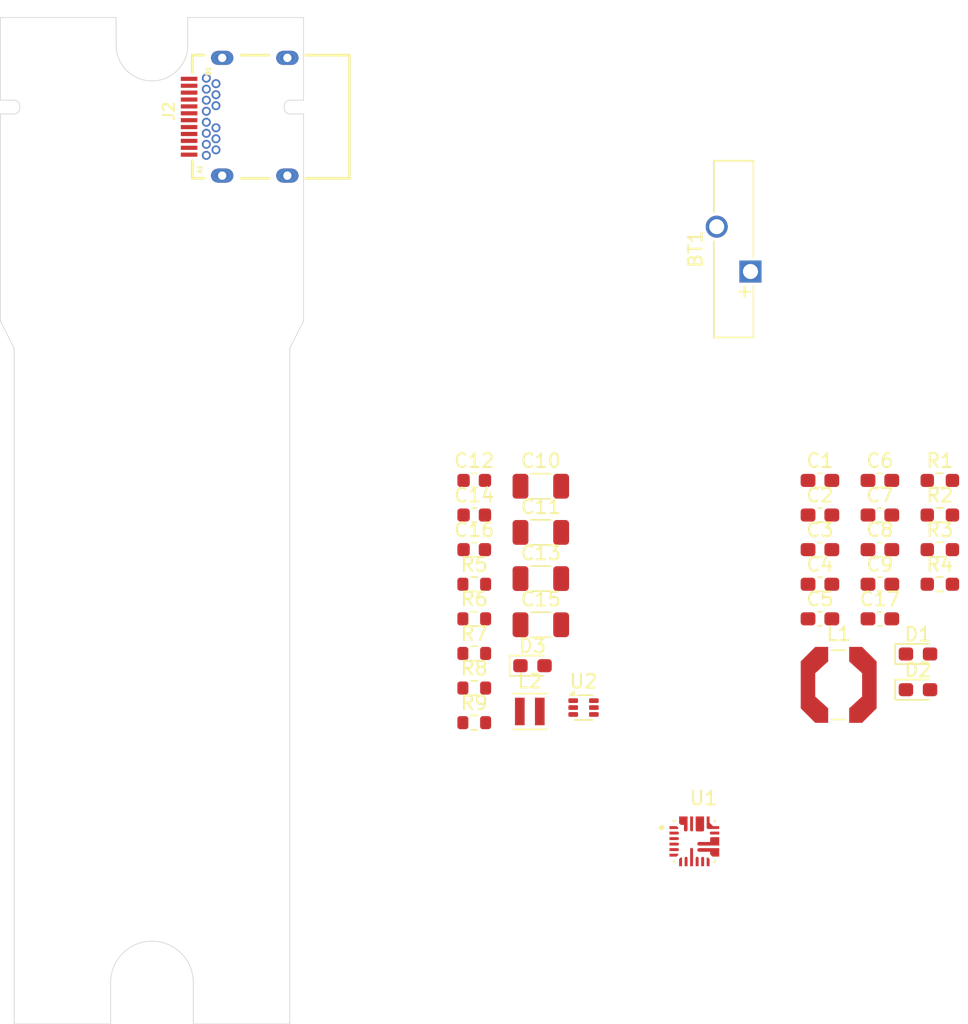
<source format=kicad_pcb>
(kicad_pcb (version 20240108) (generator "pcbnew") (generator_version "8.0")
  (layers (0 "F.Cu" signal) (31 "B.Cu" signal) (34 "B.Paste" user) (35 "F.Paste" user) (36 "B.SilkS" user "B.Silkscreen") (37 "F.SilkS" user "F.Silkscreen") (38 "B.Mask" user) (39 "F.Mask" user) (44 "Edge.Cuts" user))
  (net 0 "")
  (net 1 "Net-(U1-BST)")
  (net 2 "Net-(U1-LX)")
  (net 3 "Net-(U1-BYP)")
  (net 4 "GND")
  (net 5 "Net-(U1-PVL)")
  (net 6 "MAX_SYSTEM")
  (net 7 "Net-(BT1-+)")
  (net 8 "Net-(U1-VDD)")
  (net 9 "Net-(J2-VBUS)")
  (net 10 "Net-(U2-EN)")
  (net 11 "Net-(U2-SW)")
  (net 12 "VBST")
  (net 13 "+3V3")
  (net 14 "VFB")
  (net 15 "Net-(D1-K)")
  (net 16 "Net-(D2-K)")
  (net 17 "Net-(D3-A)")
  (net 19 "Net-(J2-DN1)")
  (net 23 "Net-(J2-CC)")
  (net 28 "Net-(J2-DP1)")
  (net 31 "Net-(J2-VCONN)")
  (net 32 "Net-(U1-ITOPOFF)")
  (net 33 "Net-(U1-IFAST)")
  (net 34 "Net-(U1-INOKB)")
  (net 35 "Net-(U1-STAT)")
  (footprint "Capacitor_SMD:C_0603_1608Metric_Pad1.08x0.95mm_HandSolder" (layer "F.Cu") (at 182.8125 99.11)
    (property "Reference" "C9")
    (property "Value" "2.2µF/10V")
  )
  (footprint "Capacitor_SMD:C_0603_1608Metric_Pad1.08x0.95mm_HandSolder" (layer "F.Cu") (at 178.4625 94.09)
    (property "Reference" "C2")
    (property "Value" "22µF/16V")
  )
  (footprint "Capacitor_SMD:C_0603_1608Metric_Pad1.08x0.95mm_HandSolder" (layer "F.Cu") (at 182.8125 91.58)
    (property "Reference" "C6")
    (property "Value" "10µF/10V")
  )
  (footprint "lib-footprint:IC_MAX77751FEFG_" (layer "F.Cu") (at 169.3525 117.76)
    (property "Reference" "U1")
    (property "Value" "MAX77751CEFG_")
  )
  (footprint "Resistor_SMD:R_0603_1608Metric_Pad0.98x0.95mm_HandSolder" (layer "F.Cu") (at 187.1625 96.6)
    (property "Reference" "R3")
    (property "Value" "470R")
  )
  (footprint "lib-footprint:CONN RCP USB3.1 TYPEC 24P SMD RA 632723100011" (layer "F.Cu") (at 138.625 65.2 90)
    (property "Reference" "J2")
    (property "Value" "USB3.1 TYPEC 24P SMD RA")
    (fp_line (start 4.57 -3.83) (end 4.57 -3.23) (stroke (width 0.01)) (layer "Edge.Cuts"))
    (fp_line (start -3.97 -3.83) (end -3.97 -3.23) (stroke (width 0.01)) (layer "Edge.Cuts"))
    (fp_line (start 3.97 -3.23) (end 3.97 -3.83) (stroke (width 0.01)) (layer "Edge.Cuts"))
    (fp_line (start -4.57 -3.23) (end -4.57 -3.83) (stroke (width 0.01)) (layer "Edge.Cuts"))
    (fp_line (start 3.97 0.9) (end 3.97 1.5) (stroke (width 0.01)) (layer "Edge.Cuts"))
    (fp_line (start -4.57 0.9) (end -4.57 1.5) (stroke (width 0.01)) (layer "Edge.Cuts"))
    (fp_line (start 4.57 1.5) (end 4.57 0.9) (stroke (width 0.01)) (layer "Edge.Cuts"))
    (fp_line (start -3.97 1.5) (end -3.97 0.9) (stroke (width 0.01)) (layer "Edge.Cuts"))
    (fp_arc (start 3.97 -3.83) (mid 4.27 -4.13) (end 4.57 -3.83) (stroke (width 0.01)) (layer "Edge.Cuts"))
    (fp_arc (start -4.57 -3.83) (mid -4.27 -4.13) (end -3.97 -3.83) (stroke (width 0.01)) (layer "Edge.Cuts"))
    (fp_arc (start 4.57 -3.23) (mid 4.27 -2.93) (end 3.97 -3.23) (stroke (width 0.01)) (layer "Edge.Cuts"))
    (fp_arc (start -3.97 -3.23) (mid -4.27 -2.93) (end -4.57 -3.23) (stroke (width 0.01)) (layer "Edge.Cuts"))
    (fp_arc (start 3.97 0.9) (mid 4.27 0.6) (end 4.57 0.9) (stroke (width 0.01)) (layer "Edge.Cuts"))
    (fp_arc (start -4.57 0.9) (mid -4.27 0.6) (end -3.97 0.9) (stroke (width 0.01)) (layer "Edge.Cuts"))
    (fp_arc (start 4.57 1.5) (mid 4.27 1.8) (end 3.97 1.5) (stroke (width 0.01)) (layer "Edge.Cuts"))
    (fp_arc (start -3.97 1.5) (mid -4.27 1.8) (end -4.57 1.5) (stroke (width 0.01)) (layer "Edge.Cuts"))
  )
  (footprint "Resistor_SMD:R_0603_1608Metric_Pad0.98x0.95mm_HandSolder" (layer "F.Cu") (at 187.1625 94.09)
    (property "Reference" "R2")
    (property "Value" "2K4")
  )
  (footprint "Package_TO_SOT_SMD:SOT-563" (layer "F.Cu") (at 161.3125 108.055)
    (property "Reference" "U2")
    (property "Value" "TPS562242")
  )
  (footprint "Capacitor_SMD:C_0603_1608Metric" (layer "F.Cu") (at 153.3825 96.6)
    (property "Reference" "C16")
    (property "Value" "33p/50V")
  )
  (footprint "Battery:Battery_Panasonic_CR1220-VCN_Vertical_CircularHoles" (layer "F.Cu") (at 173.425 76.425 90)
    (property "Reference" "BT1")
    (property "Value" "Battery_Cell")
  )
  (footprint "LED_SMD:LED_0603_1608Metric_Pad1.05x0.95mm_HandSolder" (layer "F.Cu") (at 185.5775 104.17)
    (property "Reference" "D1")
    (property "Value" "LED")
  )
  (footprint "Capacitor_SMD:C_0603_1608Metric_Pad1.08x0.95mm_HandSolder" (layer "F.Cu") (at 182.8125 101.62)
    (property "Reference" "C17")
    (property "Value" "4700PF")
  )
  (footprint "Resistor_SMD:R_0603_1608Metric_Pad0.98x0.95mm_HandSolder" (layer "F.Cu") (at 187.1625 99.11)
    (property "Reference" "R4")
    (property "Value" "470R")
  )
  (footprint "Resistor_SMD:R_0603_1608Metric" (layer "F.Cu") (at 153.3825 104.13)
    (property "Reference" "R7")
    (property "Value" "75K")
  )
  (footprint "Inductor_SMD:L_Taiyo-Yuden_NR-24xx" (layer "F.Cu") (at 157.4125 108.34)
    (property "Reference" "L2")
    (property "Value" "2u2")
  )
  (footprint "Capacitor_SMD:C_0603_1608Metric_Pad1.08x0.95mm_HandSolder" (layer "F.Cu") (at 178.4625 101.62)
    (property "Reference" "C5")
    (property "Value" "10µF")
  )
  (footprint "Capacitor_SMD:C_1206_3216Metric" (layer "F.Cu") (at 158.2125 98.7)
    (property "Reference" "C13")
    (property "Value" "10n/50V")
  )
  (footprint "Inductor_SMD:L_Coilcraft_LPS5030" (layer "F.Cu") (at 179.8225 106.41)
    (property "Reference" "L1")
    (property "Value" "47µH")
  )
  (footprint "LED_SMD:LED_0603_1608Metric_Pad1.05x0.95mm_HandSolder" (layer "F.Cu") (at 185.5775 106.76)
    (property "Reference" "D2")
    (property "Value" "LED")
  )
  (footprint "Capacitor_SMD:C_1206_3216Metric" (layer "F.Cu") (at 158.2125 95.35)
    (property "Reference" "C11")
    (property "Value" "10u/25V")
  )
  (footprint "Capacitor_SMD:C_0603_1608Metric_Pad1.08x0.95mm_HandSolder" (layer "F.Cu") (at 178.4625 96.6)
    (property "Reference" "C3")
    (property "Value" "2.2µF/10V")
  )
  (footprint "Resistor_SMD:R_0603_1608Metric" (layer "F.Cu") (at 153.3825 106.64)
    (property "Reference" "R8")
    (property "Value" "24k")
  )
  (footprint "Resistor_SMD:R_0603_1608Metric" (layer "F.Cu") (at 153.3825 101.62)
    (property "Reference" "R6")
    (property "Value" "20k")
  )
  (footprint "Resistor_SMD:R_0603_1608Metric" (layer "F.Cu") (at 153.3825 109.15)
    (property "Reference" "R9")
    (property "Value" "270R")
  )
  (footprint "Capacitor_SMD:C_0603_1608Metric_Pad1.08x0.95mm_HandSolder" (layer "F.Cu") (at 178.4625 91.58)
    (property "Reference" "C1")
    (property "Value" "100nF/6V3")
  )
  (footprint "Capacitor_SMD:C_1206_3216Metric" (layer "F.Cu") (at 158.2125 102.05)
    (property "Reference" "C15")
    (property "Value" "22u/10V")
  )
  (footprint "Resistor_SMD:R_0603_1608Metric" (layer "F.Cu") (at 153.3825 99.11)
    (property "Reference" "R5")
    (property "Value" "47k")
  )
  (footprint "Capacitor_SMD:C_0603_1608Metric_Pad1.08x0.95mm_HandSolder" (layer "F.Cu") (at 182.8125 96.6)
    (property "Reference" "C8")
    (property "Value" "10µF/16V")
  )
  (footprint "Resistor_SMD:R_0603_1608Metric_Pad0.98x0.95mm_HandSolder" (layer "F.Cu") (at 187.1625 91.58)
    (property "Reference" "R1")
    (property "Value" "8K06")
  )
  (footprint "Capacitor_SMD:C_0603_1608Metric" (layer "F.Cu") (at 153.3825 94.09)
    (property "Reference" "C14")
    (property "Value" "100n/50V")
  )
  (footprint "LED_SMD:LED_0603_1608Metric_Pad1.05x0.95mm_HandSolder" (layer "F.Cu") (at 157.6075 105.02)
    (property "Reference" "D3")
    (property "Value" "LED_green")
  )
  (footprint "Capacitor_SMD:C_0603_1608Metric_Pad1.08x0.95mm_HandSolder" (layer "F.Cu") (at 182.8125 94.09)
    (property "Reference" "C7")
    (property "Value" "2.2µF/10V")
  )
  (footprint "Capacitor_SMD:C_0603_1608Metric" (layer "F.Cu") (at 153.3825 91.58)
    (property "Reference" "C12")
    (property "Value" "100n/50V")
  )
  (footprint "Capacitor_SMD:C_0603_1608Metric_Pad1.08x0.95mm_HandSolder" (layer "F.Cu") (at 178.4625 99.11)
    (property "Reference" "C4")
    (property "Value" "10µF")
  )
  (footprint "Capacitor_SMD:C_1206_3216Metric" (layer "F.Cu") (at 158.2125 92)
    (property "Reference" "C10")
    (property "Value" "10u/25V")
  )
  (gr_line (start 133 131) (end 133 128) (stroke (width 0.05)) (layer "Edge.Cuts"))
  (gr_line (start 132.6 58) (end 132.6 60) (stroke (width 0.05)) (layer "Edge.Cuts"))
  (gr_arc (start 139.6 64.4) (mid 139.717157 64.117157) (end 140 64) (stroke (width 0.05)) (layer "Edge.Cuts"))
  (gr_line (start 141 58) (end 141 64) (stroke (width 0.05)) (layer "Edge.Cuts"))
  (gr_line (start 139.6 64.4) (end 139.6 64.6) (stroke (width 0.05)) (layer "Edge.Cuts"))
  (gr_line (start 127 131) (end 120 131) (stroke (width 0.05)) (layer "Edge.Cuts"))
  (gr_line (start 140 131) (end 133 131) (stroke (width 0.05)) (layer "Edge.Cuts"))
  (gr_line (start 119 65) (end 119 80) (stroke (width 0.05)) (layer "Edge.Cuts"))
  (gr_arc (start 127 128) (mid 127.87868 125.87868) (end 130 125) (stroke (width 0.05)) (layer "Edge.Cuts"))
  (gr_line (start 120 82) (end 120 131) (stroke (width 0.05)) (layer "Edge.Cuts"))
  (gr_arc (start 120.4 64.6) (mid 120.282843 64.882843) (end 120 65) (stroke (width 0.05)) (layer "Edge.Cuts"))
  (gr_line (start 141 65) (end 141 80) (stroke (width 0.05)) (layer "Edge.Cuts"))
  (gr_line (start 119 64) (end 120 64) (stroke (width 0.05)) (layer "Edge.Cuts"))
  (gr_line (start 120.4 64.4) (end 120.4 64.6) (stroke (width 0.05)) (layer "Edge.Cuts"))
  (gr_line (start 140 82) (end 140 131) (stroke (width 0.05)) (layer "Edge.Cuts"))
  (gr_line (start 141 80) (end 140 82) (stroke (width 0.05)) (layer "Edge.Cuts"))
  (gr_arc (start 140 65) (mid 139.717157 64.882843) (end 139.6 64.6) (stroke (width 0.05)) (layer "Edge.Cuts"))
  (gr_line (start 140 65) (end 141 65) (stroke (width 0.05)) (layer "Edge.Cuts"))
  (gr_line (start 132.6 58) (end 141 58) (stroke (width 0.05)) (layer "Edge.Cuts"))
  (gr_arc (start 120 64) (mid 120.282843 64.117157) (end 120.4 64.4) (stroke (width 0.05)) (layer "Edge.Cuts"))
  (gr_arc (start 132.6 60) (mid 130 62.6) (end 127.4 60) (stroke (width 0.05)) (layer "Edge.Cuts"))
  (gr_line (start 120 65) (end 119 65) (stroke (width 0.05)) (layer "Edge.Cuts"))
  (gr_arc (start 130 125) (mid 132.121319 125.87868) (end 133 128) (stroke (width 0.05)) (layer "Edge.Cuts"))
  (gr_line (start 127 131) (end 127 128) (stroke (width 0.05)) (layer "Edge.Cuts"))
  (gr_line (start 119 58) (end 127.4 58) (stroke (width 0.05)) (layer "Edge.Cuts"))
  (gr_line (start 127.4 58) (end 127.4 60) (stroke (width 0.05)) (layer "Edge.Cuts"))
  (gr_line (start 119 80) (end 120 82) (stroke (width 0.05)) (layer "Edge.Cuts"))
  (gr_line (start 141 64) (end 140 64) (stroke (width 0.05)) (layer "Edge.Cuts"))
  (gr_line (start 119 58) (end 119 64) (stroke (width 0.05)) (layer "Edge.Cuts"))
)
</source>
